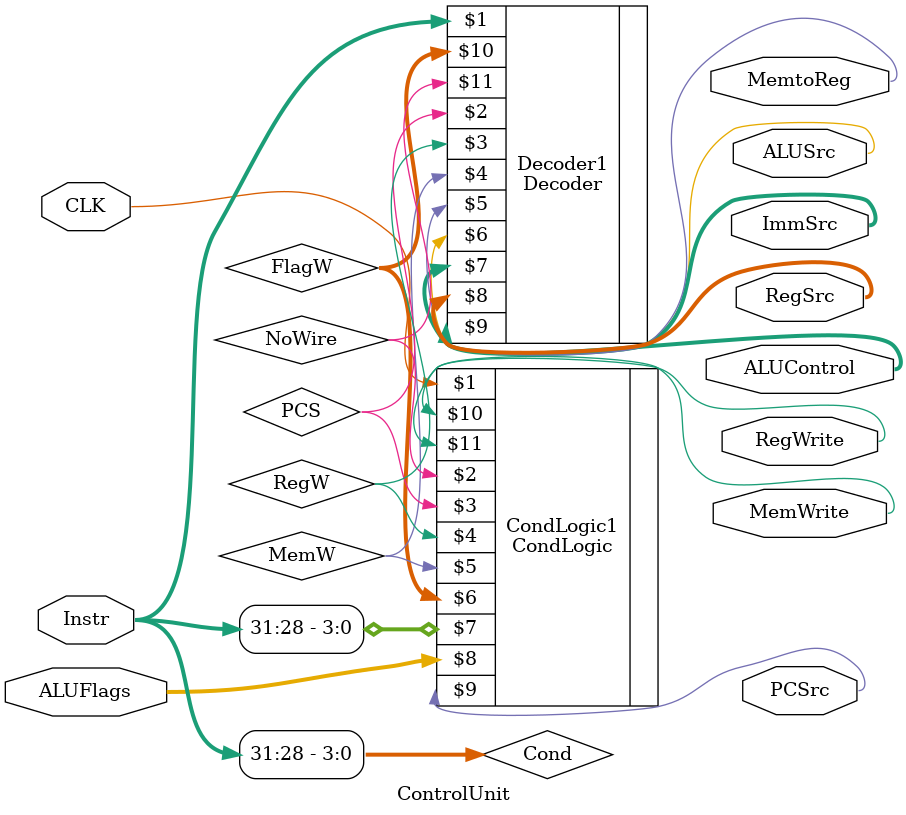
<source format=v>
module ControlUnit(
    input [31:0] Instr,
    input [3:0] ALUFlags,
    input CLK,

    output MemtoReg,
    output MemWrite,
    output ALUSrc,
    output [1:0] ImmSrc,
    output RegWrite,
    output [1:0] RegSrc,
    output [1:0] ALUControl,	
    output PCSrc
    ); 
    
    wire [3:0] Cond;
    wire PSC, RegW, MemW;
    wire [1:0] FlagW;
    wire NoWire;

    assign Cond=Instr[31:28];


    CondLogic CondLogic1(
     CLK,
     NoWire,
     PCS,
     RegW,
     MemW,
     FlagW,
     Cond,
     ALUFlags,

     PCSrc,
     RegWrite,
     MemWrite
    );

    Decoder Decoder1(
     Instr,
     PCS,
     RegW,
     MemW,
     MemtoReg,
     ALUSrc,
     ImmSrc,
     RegSrc,
     ALUControl,
     FlagW,
     NoWire
    );
endmodule
</source>
